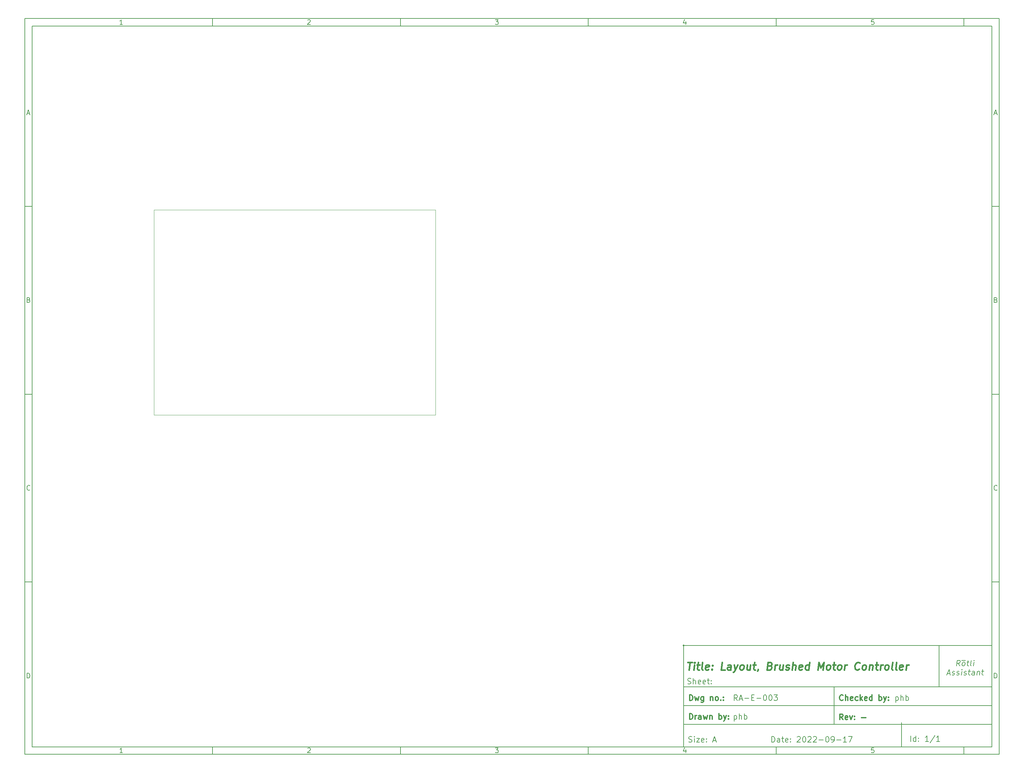
<source format=gbr>
%TF.GenerationSoftware,KiCad,Pcbnew,(6.0.7)*%
%TF.CreationDate,2022-09-17T11:26:47-05:00*%
%TF.ProjectId,BrushlessController,42727573-686c-4657-9373-436f6e74726f,-*%
%TF.SameCoordinates,Original*%
%TF.FileFunction,Profile,NP*%
%FSLAX46Y46*%
G04 Gerber Fmt 4.6, Leading zero omitted, Abs format (unit mm)*
G04 Created by KiCad (PCBNEW (6.0.7)) date 2022-09-17 11:26:47*
%MOMM*%
%LPD*%
G01*
G04 APERTURE LIST*
%ADD10C,0.100000*%
%ADD11C,0.150000*%
%ADD12C,0.300000*%
%ADD13C,0.400000*%
%ADD14C,0.508000*%
%TA.AperFunction,Profile*%
%ADD15C,0.100000*%
%TD*%
G04 APERTURE END LIST*
D10*
D11*
X10000000Y-10000000D02*
X10000000Y-205900000D01*
X269400000Y-205900000D01*
X269400000Y-10000000D01*
X10000000Y-10000000D01*
D10*
D11*
X12000000Y-12000000D02*
X12000000Y-203900000D01*
X267400000Y-203900000D01*
X267400000Y-12000000D01*
X12000000Y-12000000D01*
D10*
D11*
X60000000Y-12000000D02*
X60000000Y-10000000D01*
D10*
D11*
X110000000Y-12000000D02*
X110000000Y-10000000D01*
D10*
D11*
X160000000Y-12000000D02*
X160000000Y-10000000D01*
D10*
D11*
X210000000Y-12000000D02*
X210000000Y-10000000D01*
D10*
D11*
X260000000Y-12000000D02*
X260000000Y-10000000D01*
D10*
D11*
X36065476Y-11588095D02*
X35322619Y-11588095D01*
X35694047Y-11588095D02*
X35694047Y-10288095D01*
X35570238Y-10473809D01*
X35446428Y-10597619D01*
X35322619Y-10659523D01*
D10*
D11*
X85322619Y-10411904D02*
X85384523Y-10350000D01*
X85508333Y-10288095D01*
X85817857Y-10288095D01*
X85941666Y-10350000D01*
X86003571Y-10411904D01*
X86065476Y-10535714D01*
X86065476Y-10659523D01*
X86003571Y-10845238D01*
X85260714Y-11588095D01*
X86065476Y-11588095D01*
D10*
D11*
X135260714Y-10288095D02*
X136065476Y-10288095D01*
X135632142Y-10783333D01*
X135817857Y-10783333D01*
X135941666Y-10845238D01*
X136003571Y-10907142D01*
X136065476Y-11030952D01*
X136065476Y-11340476D01*
X136003571Y-11464285D01*
X135941666Y-11526190D01*
X135817857Y-11588095D01*
X135446428Y-11588095D01*
X135322619Y-11526190D01*
X135260714Y-11464285D01*
D10*
D11*
X185941666Y-10721428D02*
X185941666Y-11588095D01*
X185632142Y-10226190D02*
X185322619Y-11154761D01*
X186127380Y-11154761D01*
D10*
D11*
X236003571Y-10288095D02*
X235384523Y-10288095D01*
X235322619Y-10907142D01*
X235384523Y-10845238D01*
X235508333Y-10783333D01*
X235817857Y-10783333D01*
X235941666Y-10845238D01*
X236003571Y-10907142D01*
X236065476Y-11030952D01*
X236065476Y-11340476D01*
X236003571Y-11464285D01*
X235941666Y-11526190D01*
X235817857Y-11588095D01*
X235508333Y-11588095D01*
X235384523Y-11526190D01*
X235322619Y-11464285D01*
D10*
D11*
X60000000Y-203900000D02*
X60000000Y-205900000D01*
D10*
D11*
X110000000Y-203900000D02*
X110000000Y-205900000D01*
D10*
D11*
X160000000Y-203900000D02*
X160000000Y-205900000D01*
D10*
D11*
X210000000Y-203900000D02*
X210000000Y-205900000D01*
D10*
D11*
X260000000Y-203900000D02*
X260000000Y-205900000D01*
D10*
D11*
X36065476Y-205488095D02*
X35322619Y-205488095D01*
X35694047Y-205488095D02*
X35694047Y-204188095D01*
X35570238Y-204373809D01*
X35446428Y-204497619D01*
X35322619Y-204559523D01*
D10*
D11*
X85322619Y-204311904D02*
X85384523Y-204250000D01*
X85508333Y-204188095D01*
X85817857Y-204188095D01*
X85941666Y-204250000D01*
X86003571Y-204311904D01*
X86065476Y-204435714D01*
X86065476Y-204559523D01*
X86003571Y-204745238D01*
X85260714Y-205488095D01*
X86065476Y-205488095D01*
D10*
D11*
X135260714Y-204188095D02*
X136065476Y-204188095D01*
X135632142Y-204683333D01*
X135817857Y-204683333D01*
X135941666Y-204745238D01*
X136003571Y-204807142D01*
X136065476Y-204930952D01*
X136065476Y-205240476D01*
X136003571Y-205364285D01*
X135941666Y-205426190D01*
X135817857Y-205488095D01*
X135446428Y-205488095D01*
X135322619Y-205426190D01*
X135260714Y-205364285D01*
D10*
D11*
X185941666Y-204621428D02*
X185941666Y-205488095D01*
X185632142Y-204126190D02*
X185322619Y-205054761D01*
X186127380Y-205054761D01*
D10*
D11*
X236003571Y-204188095D02*
X235384523Y-204188095D01*
X235322619Y-204807142D01*
X235384523Y-204745238D01*
X235508333Y-204683333D01*
X235817857Y-204683333D01*
X235941666Y-204745238D01*
X236003571Y-204807142D01*
X236065476Y-204930952D01*
X236065476Y-205240476D01*
X236003571Y-205364285D01*
X235941666Y-205426190D01*
X235817857Y-205488095D01*
X235508333Y-205488095D01*
X235384523Y-205426190D01*
X235322619Y-205364285D01*
D10*
D11*
X10000000Y-60000000D02*
X12000000Y-60000000D01*
D10*
D11*
X10000000Y-110000000D02*
X12000000Y-110000000D01*
D10*
D11*
X10000000Y-160000000D02*
X12000000Y-160000000D01*
D10*
D11*
X10690476Y-35216666D02*
X11309523Y-35216666D01*
X10566666Y-35588095D02*
X11000000Y-34288095D01*
X11433333Y-35588095D01*
D10*
D11*
X11092857Y-84907142D02*
X11278571Y-84969047D01*
X11340476Y-85030952D01*
X11402380Y-85154761D01*
X11402380Y-85340476D01*
X11340476Y-85464285D01*
X11278571Y-85526190D01*
X11154761Y-85588095D01*
X10659523Y-85588095D01*
X10659523Y-84288095D01*
X11092857Y-84288095D01*
X11216666Y-84350000D01*
X11278571Y-84411904D01*
X11340476Y-84535714D01*
X11340476Y-84659523D01*
X11278571Y-84783333D01*
X11216666Y-84845238D01*
X11092857Y-84907142D01*
X10659523Y-84907142D01*
D10*
D11*
X11402380Y-135464285D02*
X11340476Y-135526190D01*
X11154761Y-135588095D01*
X11030952Y-135588095D01*
X10845238Y-135526190D01*
X10721428Y-135402380D01*
X10659523Y-135278571D01*
X10597619Y-135030952D01*
X10597619Y-134845238D01*
X10659523Y-134597619D01*
X10721428Y-134473809D01*
X10845238Y-134350000D01*
X11030952Y-134288095D01*
X11154761Y-134288095D01*
X11340476Y-134350000D01*
X11402380Y-134411904D01*
D10*
D11*
X10659523Y-185588095D02*
X10659523Y-184288095D01*
X10969047Y-184288095D01*
X11154761Y-184350000D01*
X11278571Y-184473809D01*
X11340476Y-184597619D01*
X11402380Y-184845238D01*
X11402380Y-185030952D01*
X11340476Y-185278571D01*
X11278571Y-185402380D01*
X11154761Y-185526190D01*
X10969047Y-185588095D01*
X10659523Y-185588095D01*
D10*
D11*
X269400000Y-60000000D02*
X267400000Y-60000000D01*
D10*
D11*
X269400000Y-110000000D02*
X267400000Y-110000000D01*
D10*
D11*
X269400000Y-160000000D02*
X267400000Y-160000000D01*
D10*
D11*
X268090476Y-35216666D02*
X268709523Y-35216666D01*
X267966666Y-35588095D02*
X268400000Y-34288095D01*
X268833333Y-35588095D01*
D10*
D11*
X268492857Y-84907142D02*
X268678571Y-84969047D01*
X268740476Y-85030952D01*
X268802380Y-85154761D01*
X268802380Y-85340476D01*
X268740476Y-85464285D01*
X268678571Y-85526190D01*
X268554761Y-85588095D01*
X268059523Y-85588095D01*
X268059523Y-84288095D01*
X268492857Y-84288095D01*
X268616666Y-84350000D01*
X268678571Y-84411904D01*
X268740476Y-84535714D01*
X268740476Y-84659523D01*
X268678571Y-84783333D01*
X268616666Y-84845238D01*
X268492857Y-84907142D01*
X268059523Y-84907142D01*
D10*
D11*
X268802380Y-135464285D02*
X268740476Y-135526190D01*
X268554761Y-135588095D01*
X268430952Y-135588095D01*
X268245238Y-135526190D01*
X268121428Y-135402380D01*
X268059523Y-135278571D01*
X267997619Y-135030952D01*
X267997619Y-134845238D01*
X268059523Y-134597619D01*
X268121428Y-134473809D01*
X268245238Y-134350000D01*
X268430952Y-134288095D01*
X268554761Y-134288095D01*
X268740476Y-134350000D01*
X268802380Y-134411904D01*
D10*
D11*
X268059523Y-185588095D02*
X268059523Y-184288095D01*
X268369047Y-184288095D01*
X268554761Y-184350000D01*
X268678571Y-184473809D01*
X268740476Y-184597619D01*
X268802380Y-184845238D01*
X268802380Y-185030952D01*
X268740476Y-185278571D01*
X268678571Y-185402380D01*
X268554761Y-185526190D01*
X268369047Y-185588095D01*
X268059523Y-185588095D01*
D10*
D11*
X208832142Y-202678371D02*
X208832142Y-201178371D01*
X209189285Y-201178371D01*
X209403571Y-201249800D01*
X209546428Y-201392657D01*
X209617857Y-201535514D01*
X209689285Y-201821228D01*
X209689285Y-202035514D01*
X209617857Y-202321228D01*
X209546428Y-202464085D01*
X209403571Y-202606942D01*
X209189285Y-202678371D01*
X208832142Y-202678371D01*
X210975000Y-202678371D02*
X210975000Y-201892657D01*
X210903571Y-201749800D01*
X210760714Y-201678371D01*
X210475000Y-201678371D01*
X210332142Y-201749800D01*
X210975000Y-202606942D02*
X210832142Y-202678371D01*
X210475000Y-202678371D01*
X210332142Y-202606942D01*
X210260714Y-202464085D01*
X210260714Y-202321228D01*
X210332142Y-202178371D01*
X210475000Y-202106942D01*
X210832142Y-202106942D01*
X210975000Y-202035514D01*
X211475000Y-201678371D02*
X212046428Y-201678371D01*
X211689285Y-201178371D02*
X211689285Y-202464085D01*
X211760714Y-202606942D01*
X211903571Y-202678371D01*
X212046428Y-202678371D01*
X213117857Y-202606942D02*
X212975000Y-202678371D01*
X212689285Y-202678371D01*
X212546428Y-202606942D01*
X212475000Y-202464085D01*
X212475000Y-201892657D01*
X212546428Y-201749800D01*
X212689285Y-201678371D01*
X212975000Y-201678371D01*
X213117857Y-201749800D01*
X213189285Y-201892657D01*
X213189285Y-202035514D01*
X212475000Y-202178371D01*
X213832142Y-202535514D02*
X213903571Y-202606942D01*
X213832142Y-202678371D01*
X213760714Y-202606942D01*
X213832142Y-202535514D01*
X213832142Y-202678371D01*
X213832142Y-201749800D02*
X213903571Y-201821228D01*
X213832142Y-201892657D01*
X213760714Y-201821228D01*
X213832142Y-201749800D01*
X213832142Y-201892657D01*
X215617857Y-201321228D02*
X215689285Y-201249800D01*
X215832142Y-201178371D01*
X216189285Y-201178371D01*
X216332142Y-201249800D01*
X216403571Y-201321228D01*
X216475000Y-201464085D01*
X216475000Y-201606942D01*
X216403571Y-201821228D01*
X215546428Y-202678371D01*
X216475000Y-202678371D01*
X217403571Y-201178371D02*
X217546428Y-201178371D01*
X217689285Y-201249800D01*
X217760714Y-201321228D01*
X217832142Y-201464085D01*
X217903571Y-201749800D01*
X217903571Y-202106942D01*
X217832142Y-202392657D01*
X217760714Y-202535514D01*
X217689285Y-202606942D01*
X217546428Y-202678371D01*
X217403571Y-202678371D01*
X217260714Y-202606942D01*
X217189285Y-202535514D01*
X217117857Y-202392657D01*
X217046428Y-202106942D01*
X217046428Y-201749800D01*
X217117857Y-201464085D01*
X217189285Y-201321228D01*
X217260714Y-201249800D01*
X217403571Y-201178371D01*
X218475000Y-201321228D02*
X218546428Y-201249800D01*
X218689285Y-201178371D01*
X219046428Y-201178371D01*
X219189285Y-201249800D01*
X219260714Y-201321228D01*
X219332142Y-201464085D01*
X219332142Y-201606942D01*
X219260714Y-201821228D01*
X218403571Y-202678371D01*
X219332142Y-202678371D01*
X219903571Y-201321228D02*
X219975000Y-201249800D01*
X220117857Y-201178371D01*
X220475000Y-201178371D01*
X220617857Y-201249800D01*
X220689285Y-201321228D01*
X220760714Y-201464085D01*
X220760714Y-201606942D01*
X220689285Y-201821228D01*
X219832142Y-202678371D01*
X220760714Y-202678371D01*
X221403571Y-202106942D02*
X222546428Y-202106942D01*
X223546428Y-201178371D02*
X223689285Y-201178371D01*
X223832142Y-201249800D01*
X223903571Y-201321228D01*
X223975000Y-201464085D01*
X224046428Y-201749800D01*
X224046428Y-202106942D01*
X223975000Y-202392657D01*
X223903571Y-202535514D01*
X223832142Y-202606942D01*
X223689285Y-202678371D01*
X223546428Y-202678371D01*
X223403571Y-202606942D01*
X223332142Y-202535514D01*
X223260714Y-202392657D01*
X223189285Y-202106942D01*
X223189285Y-201749800D01*
X223260714Y-201464085D01*
X223332142Y-201321228D01*
X223403571Y-201249800D01*
X223546428Y-201178371D01*
X224760714Y-202678371D02*
X225046428Y-202678371D01*
X225189285Y-202606942D01*
X225260714Y-202535514D01*
X225403571Y-202321228D01*
X225475000Y-202035514D01*
X225475000Y-201464085D01*
X225403571Y-201321228D01*
X225332142Y-201249800D01*
X225189285Y-201178371D01*
X224903571Y-201178371D01*
X224760714Y-201249800D01*
X224689285Y-201321228D01*
X224617857Y-201464085D01*
X224617857Y-201821228D01*
X224689285Y-201964085D01*
X224760714Y-202035514D01*
X224903571Y-202106942D01*
X225189285Y-202106942D01*
X225332142Y-202035514D01*
X225403571Y-201964085D01*
X225475000Y-201821228D01*
X226117857Y-202106942D02*
X227260714Y-202106942D01*
X228760714Y-202678371D02*
X227903571Y-202678371D01*
X228332142Y-202678371D02*
X228332142Y-201178371D01*
X228189285Y-201392657D01*
X228046428Y-201535514D01*
X227903571Y-201606942D01*
X229260714Y-201178371D02*
X230260714Y-201178371D01*
X229617857Y-202678371D01*
D10*
D12*
X227809285Y-196678571D02*
X227309285Y-195964285D01*
X226952142Y-196678571D02*
X226952142Y-195178571D01*
X227523571Y-195178571D01*
X227666428Y-195250000D01*
X227737857Y-195321428D01*
X227809285Y-195464285D01*
X227809285Y-195678571D01*
X227737857Y-195821428D01*
X227666428Y-195892857D01*
X227523571Y-195964285D01*
X226952142Y-195964285D01*
X229023571Y-196607142D02*
X228880714Y-196678571D01*
X228595000Y-196678571D01*
X228452142Y-196607142D01*
X228380714Y-196464285D01*
X228380714Y-195892857D01*
X228452142Y-195750000D01*
X228595000Y-195678571D01*
X228880714Y-195678571D01*
X229023571Y-195750000D01*
X229095000Y-195892857D01*
X229095000Y-196035714D01*
X228380714Y-196178571D01*
X229595000Y-195678571D02*
X229952142Y-196678571D01*
X230309285Y-195678571D01*
X230880714Y-196535714D02*
X230952142Y-196607142D01*
X230880714Y-196678571D01*
X230809285Y-196607142D01*
X230880714Y-196535714D01*
X230880714Y-196678571D01*
X230880714Y-195750000D02*
X230952142Y-195821428D01*
X230880714Y-195892857D01*
X230809285Y-195821428D01*
X230880714Y-195750000D01*
X230880714Y-195892857D01*
X232737857Y-196107142D02*
X233880714Y-196107142D01*
D10*
D11*
X186760714Y-202606942D02*
X186975000Y-202678371D01*
X187332142Y-202678371D01*
X187475000Y-202606942D01*
X187546428Y-202535514D01*
X187617857Y-202392657D01*
X187617857Y-202249800D01*
X187546428Y-202106942D01*
X187475000Y-202035514D01*
X187332142Y-201964085D01*
X187046428Y-201892657D01*
X186903571Y-201821228D01*
X186832142Y-201749800D01*
X186760714Y-201606942D01*
X186760714Y-201464085D01*
X186832142Y-201321228D01*
X186903571Y-201249800D01*
X187046428Y-201178371D01*
X187403571Y-201178371D01*
X187617857Y-201249800D01*
X188260714Y-202678371D02*
X188260714Y-201678371D01*
X188260714Y-201178371D02*
X188189285Y-201249800D01*
X188260714Y-201321228D01*
X188332142Y-201249800D01*
X188260714Y-201178371D01*
X188260714Y-201321228D01*
X188832142Y-201678371D02*
X189617857Y-201678371D01*
X188832142Y-202678371D01*
X189617857Y-202678371D01*
X190760714Y-202606942D02*
X190617857Y-202678371D01*
X190332142Y-202678371D01*
X190189285Y-202606942D01*
X190117857Y-202464085D01*
X190117857Y-201892657D01*
X190189285Y-201749800D01*
X190332142Y-201678371D01*
X190617857Y-201678371D01*
X190760714Y-201749800D01*
X190832142Y-201892657D01*
X190832142Y-202035514D01*
X190117857Y-202178371D01*
X191475000Y-202535514D02*
X191546428Y-202606942D01*
X191475000Y-202678371D01*
X191403571Y-202606942D01*
X191475000Y-202535514D01*
X191475000Y-202678371D01*
X191475000Y-201749800D02*
X191546428Y-201821228D01*
X191475000Y-201892657D01*
X191403571Y-201821228D01*
X191475000Y-201749800D01*
X191475000Y-201892657D01*
X193260714Y-202249800D02*
X193975000Y-202249800D01*
X193117857Y-202678371D02*
X193617857Y-201178371D01*
X194117857Y-202678371D01*
D10*
D11*
X245832142Y-202478571D02*
X245832142Y-200978571D01*
X247189285Y-202478571D02*
X247189285Y-200978571D01*
X247189285Y-202407142D02*
X247046428Y-202478571D01*
X246760714Y-202478571D01*
X246617857Y-202407142D01*
X246546428Y-202335714D01*
X246475000Y-202192857D01*
X246475000Y-201764285D01*
X246546428Y-201621428D01*
X246617857Y-201550000D01*
X246760714Y-201478571D01*
X247046428Y-201478571D01*
X247189285Y-201550000D01*
X247903571Y-202335714D02*
X247975000Y-202407142D01*
X247903571Y-202478571D01*
X247832142Y-202407142D01*
X247903571Y-202335714D01*
X247903571Y-202478571D01*
X247903571Y-201550000D02*
X247975000Y-201621428D01*
X247903571Y-201692857D01*
X247832142Y-201621428D01*
X247903571Y-201550000D01*
X247903571Y-201692857D01*
X250546428Y-202478571D02*
X249689285Y-202478571D01*
X250117857Y-202478571D02*
X250117857Y-200978571D01*
X249975000Y-201192857D01*
X249832142Y-201335714D01*
X249689285Y-201407142D01*
X252260714Y-200907142D02*
X250975000Y-202835714D01*
X253546428Y-202478571D02*
X252689285Y-202478571D01*
X253117857Y-202478571D02*
X253117857Y-200978571D01*
X252975000Y-201192857D01*
X252832142Y-201335714D01*
X252689285Y-201407142D01*
D10*
D13*
X186512380Y-181404561D02*
X187655238Y-181404561D01*
X186833809Y-183404561D02*
X187083809Y-181404561D01*
X188071904Y-183404561D02*
X188238571Y-182071228D01*
X188321904Y-181404561D02*
X188214761Y-181499800D01*
X188298095Y-181595038D01*
X188405238Y-181499800D01*
X188321904Y-181404561D01*
X188298095Y-181595038D01*
X188905238Y-182071228D02*
X189667142Y-182071228D01*
X189274285Y-181404561D02*
X189060000Y-183118847D01*
X189131428Y-183309323D01*
X189310000Y-183404561D01*
X189500476Y-183404561D01*
X190452857Y-183404561D02*
X190274285Y-183309323D01*
X190202857Y-183118847D01*
X190417142Y-181404561D01*
X191988571Y-183309323D02*
X191786190Y-183404561D01*
X191405238Y-183404561D01*
X191226666Y-183309323D01*
X191155238Y-183118847D01*
X191250476Y-182356942D01*
X191369523Y-182166466D01*
X191571904Y-182071228D01*
X191952857Y-182071228D01*
X192131428Y-182166466D01*
X192202857Y-182356942D01*
X192179047Y-182547419D01*
X191202857Y-182737895D01*
X192952857Y-183214085D02*
X193036190Y-183309323D01*
X192929047Y-183404561D01*
X192845714Y-183309323D01*
X192952857Y-183214085D01*
X192929047Y-183404561D01*
X193083809Y-182166466D02*
X193167142Y-182261704D01*
X193060000Y-182356942D01*
X192976666Y-182261704D01*
X193083809Y-182166466D01*
X193060000Y-182356942D01*
X196357619Y-183404561D02*
X195405238Y-183404561D01*
X195655238Y-181404561D01*
X197881428Y-183404561D02*
X198012380Y-182356942D01*
X197940952Y-182166466D01*
X197762380Y-182071228D01*
X197381428Y-182071228D01*
X197179047Y-182166466D01*
X197893333Y-183309323D02*
X197690952Y-183404561D01*
X197214761Y-183404561D01*
X197036190Y-183309323D01*
X196964761Y-183118847D01*
X196988571Y-182928371D01*
X197107619Y-182737895D01*
X197310000Y-182642657D01*
X197786190Y-182642657D01*
X197988571Y-182547419D01*
X198810000Y-182071228D02*
X199119523Y-183404561D01*
X199762380Y-182071228D02*
X199119523Y-183404561D01*
X198869523Y-183880752D01*
X198762380Y-183975990D01*
X198560000Y-184071228D01*
X200643333Y-183404561D02*
X200464761Y-183309323D01*
X200381428Y-183214085D01*
X200310000Y-183023609D01*
X200381428Y-182452180D01*
X200500476Y-182261704D01*
X200607619Y-182166466D01*
X200810000Y-182071228D01*
X201095714Y-182071228D01*
X201274285Y-182166466D01*
X201357619Y-182261704D01*
X201429047Y-182452180D01*
X201357619Y-183023609D01*
X201238571Y-183214085D01*
X201131428Y-183309323D01*
X200929047Y-183404561D01*
X200643333Y-183404561D01*
X203190952Y-182071228D02*
X203024285Y-183404561D01*
X202333809Y-182071228D02*
X202202857Y-183118847D01*
X202274285Y-183309323D01*
X202452857Y-183404561D01*
X202738571Y-183404561D01*
X202940952Y-183309323D01*
X203048095Y-183214085D01*
X203857619Y-182071228D02*
X204619523Y-182071228D01*
X204226666Y-181404561D02*
X204012380Y-183118847D01*
X204083809Y-183309323D01*
X204262380Y-183404561D01*
X204452857Y-183404561D01*
X205226666Y-183309323D02*
X205214761Y-183404561D01*
X205095714Y-183595038D01*
X204988571Y-183690276D01*
X208393333Y-182356942D02*
X208667142Y-182452180D01*
X208750476Y-182547419D01*
X208821904Y-182737895D01*
X208786190Y-183023609D01*
X208667142Y-183214085D01*
X208560000Y-183309323D01*
X208357619Y-183404561D01*
X207595714Y-183404561D01*
X207845714Y-181404561D01*
X208512380Y-181404561D01*
X208690952Y-181499800D01*
X208774285Y-181595038D01*
X208845714Y-181785514D01*
X208821904Y-181975990D01*
X208702857Y-182166466D01*
X208595714Y-182261704D01*
X208393333Y-182356942D01*
X207726666Y-182356942D01*
X209595714Y-183404561D02*
X209762380Y-182071228D01*
X209714761Y-182452180D02*
X209833809Y-182261704D01*
X209940952Y-182166466D01*
X210143333Y-182071228D01*
X210333809Y-182071228D01*
X211857619Y-182071228D02*
X211690952Y-183404561D01*
X211000476Y-182071228D02*
X210869523Y-183118847D01*
X210940952Y-183309323D01*
X211119523Y-183404561D01*
X211405238Y-183404561D01*
X211607619Y-183309323D01*
X211714761Y-183214085D01*
X212560000Y-183309323D02*
X212738571Y-183404561D01*
X213119523Y-183404561D01*
X213321904Y-183309323D01*
X213440952Y-183118847D01*
X213452857Y-183023609D01*
X213381428Y-182833133D01*
X213202857Y-182737895D01*
X212917142Y-182737895D01*
X212738571Y-182642657D01*
X212667142Y-182452180D01*
X212679047Y-182356942D01*
X212798095Y-182166466D01*
X213000476Y-182071228D01*
X213286190Y-182071228D01*
X213464761Y-182166466D01*
X214262380Y-183404561D02*
X214512380Y-181404561D01*
X215119523Y-183404561D02*
X215250476Y-182356942D01*
X215179047Y-182166466D01*
X215000476Y-182071228D01*
X214714761Y-182071228D01*
X214512380Y-182166466D01*
X214405238Y-182261704D01*
X216845714Y-183309323D02*
X216643333Y-183404561D01*
X216262380Y-183404561D01*
X216083809Y-183309323D01*
X216012380Y-183118847D01*
X216107619Y-182356942D01*
X216226666Y-182166466D01*
X216429047Y-182071228D01*
X216810000Y-182071228D01*
X216988571Y-182166466D01*
X217060000Y-182356942D01*
X217036190Y-182547419D01*
X216060000Y-182737895D01*
X218643333Y-183404561D02*
X218893333Y-181404561D01*
X218655238Y-183309323D02*
X218452857Y-183404561D01*
X218071904Y-183404561D01*
X217893333Y-183309323D01*
X217810000Y-183214085D01*
X217738571Y-183023609D01*
X217810000Y-182452180D01*
X217929047Y-182261704D01*
X218036190Y-182166466D01*
X218238571Y-182071228D01*
X218619523Y-182071228D01*
X218798095Y-182166466D01*
X221119523Y-183404561D02*
X221369523Y-181404561D01*
X221857619Y-182833133D01*
X222702857Y-181404561D01*
X222452857Y-183404561D01*
X223690952Y-183404561D02*
X223512380Y-183309323D01*
X223429047Y-183214085D01*
X223357619Y-183023609D01*
X223429047Y-182452180D01*
X223548095Y-182261704D01*
X223655238Y-182166466D01*
X223857619Y-182071228D01*
X224143333Y-182071228D01*
X224321904Y-182166466D01*
X224405238Y-182261704D01*
X224476666Y-182452180D01*
X224405238Y-183023609D01*
X224286190Y-183214085D01*
X224179047Y-183309323D01*
X223976666Y-183404561D01*
X223690952Y-183404561D01*
X225095714Y-182071228D02*
X225857619Y-182071228D01*
X225464761Y-181404561D02*
X225250476Y-183118847D01*
X225321904Y-183309323D01*
X225500476Y-183404561D01*
X225690952Y-183404561D01*
X226643333Y-183404561D02*
X226464761Y-183309323D01*
X226381428Y-183214085D01*
X226310000Y-183023609D01*
X226381428Y-182452180D01*
X226500476Y-182261704D01*
X226607619Y-182166466D01*
X226810000Y-182071228D01*
X227095714Y-182071228D01*
X227274285Y-182166466D01*
X227357619Y-182261704D01*
X227429047Y-182452180D01*
X227357619Y-183023609D01*
X227238571Y-183214085D01*
X227131428Y-183309323D01*
X226929047Y-183404561D01*
X226643333Y-183404561D01*
X228167142Y-183404561D02*
X228333809Y-182071228D01*
X228286190Y-182452180D02*
X228405238Y-182261704D01*
X228512380Y-182166466D01*
X228714761Y-182071228D01*
X228905238Y-182071228D01*
X232095714Y-183214085D02*
X231988571Y-183309323D01*
X231690952Y-183404561D01*
X231500476Y-183404561D01*
X231226666Y-183309323D01*
X231060000Y-183118847D01*
X230988571Y-182928371D01*
X230940952Y-182547419D01*
X230976666Y-182261704D01*
X231119523Y-181880752D01*
X231238571Y-181690276D01*
X231452857Y-181499800D01*
X231750476Y-181404561D01*
X231940952Y-181404561D01*
X232214761Y-181499800D01*
X232298095Y-181595038D01*
X233214761Y-183404561D02*
X233036190Y-183309323D01*
X232952857Y-183214085D01*
X232881428Y-183023609D01*
X232952857Y-182452180D01*
X233071904Y-182261704D01*
X233179047Y-182166466D01*
X233381428Y-182071228D01*
X233667142Y-182071228D01*
X233845714Y-182166466D01*
X233929047Y-182261704D01*
X234000476Y-182452180D01*
X233929047Y-183023609D01*
X233810000Y-183214085D01*
X233702857Y-183309323D01*
X233500476Y-183404561D01*
X233214761Y-183404561D01*
X234905238Y-182071228D02*
X234738571Y-183404561D01*
X234881428Y-182261704D02*
X234988571Y-182166466D01*
X235190952Y-182071228D01*
X235476666Y-182071228D01*
X235655238Y-182166466D01*
X235726666Y-182356942D01*
X235595714Y-183404561D01*
X236429047Y-182071228D02*
X237190952Y-182071228D01*
X236798095Y-181404561D02*
X236583809Y-183118847D01*
X236655238Y-183309323D01*
X236833809Y-183404561D01*
X237024285Y-183404561D01*
X237690952Y-183404561D02*
X237857619Y-182071228D01*
X237809999Y-182452180D02*
X237929047Y-182261704D01*
X238036190Y-182166466D01*
X238238571Y-182071228D01*
X238429047Y-182071228D01*
X239214761Y-183404561D02*
X239036190Y-183309323D01*
X238952857Y-183214085D01*
X238881428Y-183023609D01*
X238952857Y-182452180D01*
X239071904Y-182261704D01*
X239179047Y-182166466D01*
X239381428Y-182071228D01*
X239667142Y-182071228D01*
X239845714Y-182166466D01*
X239929047Y-182261704D01*
X240000476Y-182452180D01*
X239929047Y-183023609D01*
X239809999Y-183214085D01*
X239702857Y-183309323D01*
X239500476Y-183404561D01*
X239214761Y-183404561D01*
X241024285Y-183404561D02*
X240845714Y-183309323D01*
X240774285Y-183118847D01*
X240988571Y-181404561D01*
X242071904Y-183404561D02*
X241893333Y-183309323D01*
X241821904Y-183118847D01*
X242036190Y-181404561D01*
X243607619Y-183309323D02*
X243405238Y-183404561D01*
X243024285Y-183404561D01*
X242845714Y-183309323D01*
X242774285Y-183118847D01*
X242869523Y-182356942D01*
X242988571Y-182166466D01*
X243190952Y-182071228D01*
X243571904Y-182071228D01*
X243750476Y-182166466D01*
X243821904Y-182356942D01*
X243798095Y-182547419D01*
X242821904Y-182737895D01*
X244548095Y-183404561D02*
X244714761Y-182071228D01*
X244667142Y-182452180D02*
X244786190Y-182261704D01*
X244893333Y-182166466D01*
X245095714Y-182071228D01*
X245286190Y-182071228D01*
D10*
D11*
X186460714Y-187106942D02*
X186675000Y-187178371D01*
X187032142Y-187178371D01*
X187175000Y-187106942D01*
X187246428Y-187035514D01*
X187317857Y-186892657D01*
X187317857Y-186749800D01*
X187246428Y-186606942D01*
X187175000Y-186535514D01*
X187032142Y-186464085D01*
X186746428Y-186392657D01*
X186603571Y-186321228D01*
X186532142Y-186249800D01*
X186460714Y-186106942D01*
X186460714Y-185964085D01*
X186532142Y-185821228D01*
X186603571Y-185749800D01*
X186746428Y-185678371D01*
X187103571Y-185678371D01*
X187317857Y-185749800D01*
X187960714Y-187178371D02*
X187960714Y-185678371D01*
X188603571Y-187178371D02*
X188603571Y-186392657D01*
X188532142Y-186249800D01*
X188389285Y-186178371D01*
X188175000Y-186178371D01*
X188032142Y-186249800D01*
X187960714Y-186321228D01*
X189889285Y-187106942D02*
X189746428Y-187178371D01*
X189460714Y-187178371D01*
X189317857Y-187106942D01*
X189246428Y-186964085D01*
X189246428Y-186392657D01*
X189317857Y-186249800D01*
X189460714Y-186178371D01*
X189746428Y-186178371D01*
X189889285Y-186249800D01*
X189960714Y-186392657D01*
X189960714Y-186535514D01*
X189246428Y-186678371D01*
X191175000Y-187106942D02*
X191032142Y-187178371D01*
X190746428Y-187178371D01*
X190603571Y-187106942D01*
X190532142Y-186964085D01*
X190532142Y-186392657D01*
X190603571Y-186249800D01*
X190746428Y-186178371D01*
X191032142Y-186178371D01*
X191175000Y-186249800D01*
X191246428Y-186392657D01*
X191246428Y-186535514D01*
X190532142Y-186678371D01*
X191675000Y-186178371D02*
X192246428Y-186178371D01*
X191889285Y-185678371D02*
X191889285Y-186964085D01*
X191960714Y-187106942D01*
X192103571Y-187178371D01*
X192246428Y-187178371D01*
X192746428Y-187035514D02*
X192817857Y-187106942D01*
X192746428Y-187178371D01*
X192675000Y-187106942D01*
X192746428Y-187035514D01*
X192746428Y-187178371D01*
X192746428Y-186249800D02*
X192817857Y-186321228D01*
X192746428Y-186392657D01*
X192675000Y-186321228D01*
X192746428Y-186249800D01*
X192746428Y-186392657D01*
D10*
D11*
X199689285Y-191578371D02*
X199189285Y-190864085D01*
X198832142Y-191578371D02*
X198832142Y-190078371D01*
X199403571Y-190078371D01*
X199546428Y-190149800D01*
X199617857Y-190221228D01*
X199689285Y-190364085D01*
X199689285Y-190578371D01*
X199617857Y-190721228D01*
X199546428Y-190792657D01*
X199403571Y-190864085D01*
X198832142Y-190864085D01*
X200260714Y-191149800D02*
X200975000Y-191149800D01*
X200117857Y-191578371D02*
X200617857Y-190078371D01*
X201117857Y-191578371D01*
X201617857Y-191006942D02*
X202760714Y-191006942D01*
X203475000Y-190792657D02*
X203975000Y-190792657D01*
X204189285Y-191578371D02*
X203475000Y-191578371D01*
X203475000Y-190078371D01*
X204189285Y-190078371D01*
X204832142Y-191006942D02*
X205975000Y-191006942D01*
X206975000Y-190078371D02*
X207117857Y-190078371D01*
X207260714Y-190149800D01*
X207332142Y-190221228D01*
X207403571Y-190364085D01*
X207475000Y-190649800D01*
X207475000Y-191006942D01*
X207403571Y-191292657D01*
X207332142Y-191435514D01*
X207260714Y-191506942D01*
X207117857Y-191578371D01*
X206975000Y-191578371D01*
X206832142Y-191506942D01*
X206760714Y-191435514D01*
X206689285Y-191292657D01*
X206617857Y-191006942D01*
X206617857Y-190649800D01*
X206689285Y-190364085D01*
X206760714Y-190221228D01*
X206832142Y-190149800D01*
X206975000Y-190078371D01*
X208403571Y-190078371D02*
X208546428Y-190078371D01*
X208689285Y-190149800D01*
X208760714Y-190221228D01*
X208832142Y-190364085D01*
X208903571Y-190649800D01*
X208903571Y-191006942D01*
X208832142Y-191292657D01*
X208760714Y-191435514D01*
X208689285Y-191506942D01*
X208546428Y-191578371D01*
X208403571Y-191578371D01*
X208260714Y-191506942D01*
X208189285Y-191435514D01*
X208117857Y-191292657D01*
X208046428Y-191006942D01*
X208046428Y-190649800D01*
X208117857Y-190364085D01*
X208189285Y-190221228D01*
X208260714Y-190149800D01*
X208403571Y-190078371D01*
X209403571Y-190078371D02*
X210332142Y-190078371D01*
X209832142Y-190649800D01*
X210046428Y-190649800D01*
X210189285Y-190721228D01*
X210260714Y-190792657D01*
X210332142Y-190935514D01*
X210332142Y-191292657D01*
X210260714Y-191435514D01*
X210189285Y-191506942D01*
X210046428Y-191578371D01*
X209617857Y-191578371D01*
X209475000Y-191506942D01*
X209403571Y-191435514D01*
D10*
D11*
X241832142Y-190578371D02*
X241832142Y-192078371D01*
X241832142Y-190649800D02*
X241975000Y-190578371D01*
X242260714Y-190578371D01*
X242403571Y-190649800D01*
X242475000Y-190721228D01*
X242546428Y-190864085D01*
X242546428Y-191292657D01*
X242475000Y-191435514D01*
X242403571Y-191506942D01*
X242260714Y-191578371D01*
X241975000Y-191578371D01*
X241832142Y-191506942D01*
X243189285Y-191578371D02*
X243189285Y-190078371D01*
X243832142Y-191578371D02*
X243832142Y-190792657D01*
X243760714Y-190649800D01*
X243617857Y-190578371D01*
X243403571Y-190578371D01*
X243260714Y-190649800D01*
X243189285Y-190721228D01*
X244546428Y-191578371D02*
X244546428Y-190078371D01*
X244546428Y-190649800D02*
X244689285Y-190578371D01*
X244975000Y-190578371D01*
X245117857Y-190649800D01*
X245189285Y-190721228D01*
X245260714Y-190864085D01*
X245260714Y-191292657D01*
X245189285Y-191435514D01*
X245117857Y-191506942D01*
X244975000Y-191578371D01*
X244689285Y-191578371D01*
X244546428Y-191506942D01*
D10*
D11*
X198832142Y-195578371D02*
X198832142Y-197078371D01*
X198832142Y-195649800D02*
X198975000Y-195578371D01*
X199260714Y-195578371D01*
X199403571Y-195649800D01*
X199475000Y-195721228D01*
X199546428Y-195864085D01*
X199546428Y-196292657D01*
X199475000Y-196435514D01*
X199403571Y-196506942D01*
X199260714Y-196578371D01*
X198975000Y-196578371D01*
X198832142Y-196506942D01*
X200189285Y-196578371D02*
X200189285Y-195078371D01*
X200832142Y-196578371D02*
X200832142Y-195792657D01*
X200760714Y-195649800D01*
X200617857Y-195578371D01*
X200403571Y-195578371D01*
X200260714Y-195649800D01*
X200189285Y-195721228D01*
X201546428Y-196578371D02*
X201546428Y-195078371D01*
X201546428Y-195649800D02*
X201689285Y-195578371D01*
X201975000Y-195578371D01*
X202117857Y-195649800D01*
X202189285Y-195721228D01*
X202260714Y-195864085D01*
X202260714Y-196292657D01*
X202189285Y-196435514D01*
X202117857Y-196506942D01*
X201975000Y-196578371D01*
X201689285Y-196578371D01*
X201546428Y-196506942D01*
D10*
D11*
X243400000Y-197400000D02*
X243400000Y-203900000D01*
D10*
D11*
X267411000Y-187897800D02*
X267411000Y-176897800D01*
X185411000Y-176897800D01*
X185411000Y-187897800D01*
X267411000Y-187897800D01*
D10*
D14*
X185411000Y-176898000D02*
X185411000Y-176898000D01*
X185411000Y-176898000D01*
X185411000Y-176898000D01*
X185411000Y-176898000D01*
D10*
D12*
X186963142Y-196576571D02*
X186963142Y-195076571D01*
X187320285Y-195076571D01*
X187534571Y-195148000D01*
X187677428Y-195290857D01*
X187748857Y-195433714D01*
X187820285Y-195719428D01*
X187820285Y-195933714D01*
X187748857Y-196219428D01*
X187677428Y-196362285D01*
X187534571Y-196505142D01*
X187320285Y-196576571D01*
X186963142Y-196576571D01*
X188463142Y-196576571D02*
X188463142Y-195576571D01*
X188463142Y-195862285D02*
X188534571Y-195719428D01*
X188606000Y-195648000D01*
X188748857Y-195576571D01*
X188891714Y-195576571D01*
X190034571Y-196576571D02*
X190034571Y-195790857D01*
X189963142Y-195648000D01*
X189820285Y-195576571D01*
X189534571Y-195576571D01*
X189391714Y-195648000D01*
X190034571Y-196505142D02*
X189891714Y-196576571D01*
X189534571Y-196576571D01*
X189391714Y-196505142D01*
X189320285Y-196362285D01*
X189320285Y-196219428D01*
X189391714Y-196076571D01*
X189534571Y-196005142D01*
X189891714Y-196005142D01*
X190034571Y-195933714D01*
X190606000Y-195576571D02*
X190891714Y-196576571D01*
X191177428Y-195862285D01*
X191463142Y-196576571D01*
X191748857Y-195576571D01*
X192320285Y-195576571D02*
X192320285Y-196576571D01*
X192320285Y-195719428D02*
X192391714Y-195648000D01*
X192534571Y-195576571D01*
X192748857Y-195576571D01*
X192891714Y-195648000D01*
X192963142Y-195790857D01*
X192963142Y-196576571D01*
X194820285Y-196576571D02*
X194820285Y-195076571D01*
X194820285Y-195648000D02*
X194963142Y-195576571D01*
X195248857Y-195576571D01*
X195391714Y-195648000D01*
X195463142Y-195719428D01*
X195534571Y-195862285D01*
X195534571Y-196290857D01*
X195463142Y-196433714D01*
X195391714Y-196505142D01*
X195248857Y-196576571D01*
X194963142Y-196576571D01*
X194820285Y-196505142D01*
X196034571Y-195576571D02*
X196391714Y-196576571D01*
X196748857Y-195576571D02*
X196391714Y-196576571D01*
X196248857Y-196933714D01*
X196177428Y-197005142D01*
X196034571Y-197076571D01*
X197320285Y-196433714D02*
X197391714Y-196505142D01*
X197320285Y-196576571D01*
X197248857Y-196505142D01*
X197320285Y-196433714D01*
X197320285Y-196576571D01*
X197320285Y-195648000D02*
X197391714Y-195719428D01*
X197320285Y-195790857D01*
X197248857Y-195719428D01*
X197320285Y-195648000D01*
X197320285Y-195790857D01*
D10*
D11*
X225411000Y-187897800D02*
X225411000Y-192897800D01*
D10*
D12*
X227820285Y-191433714D02*
X227748857Y-191505142D01*
X227534571Y-191576571D01*
X227391714Y-191576571D01*
X227177428Y-191505142D01*
X227034571Y-191362285D01*
X226963142Y-191219428D01*
X226891714Y-190933714D01*
X226891714Y-190719428D01*
X226963142Y-190433714D01*
X227034571Y-190290857D01*
X227177428Y-190148000D01*
X227391714Y-190076571D01*
X227534571Y-190076571D01*
X227748857Y-190148000D01*
X227820285Y-190219428D01*
X228463142Y-191576571D02*
X228463142Y-190076571D01*
X229106000Y-191576571D02*
X229106000Y-190790857D01*
X229034571Y-190648000D01*
X228891714Y-190576571D01*
X228677428Y-190576571D01*
X228534571Y-190648000D01*
X228463142Y-190719428D01*
X230391714Y-191505142D02*
X230248857Y-191576571D01*
X229963142Y-191576571D01*
X229820285Y-191505142D01*
X229748857Y-191362285D01*
X229748857Y-190790857D01*
X229820285Y-190648000D01*
X229963142Y-190576571D01*
X230248857Y-190576571D01*
X230391714Y-190648000D01*
X230463142Y-190790857D01*
X230463142Y-190933714D01*
X229748857Y-191076571D01*
X231748857Y-191505142D02*
X231606000Y-191576571D01*
X231320285Y-191576571D01*
X231177428Y-191505142D01*
X231106000Y-191433714D01*
X231034571Y-191290857D01*
X231034571Y-190862285D01*
X231106000Y-190719428D01*
X231177428Y-190648000D01*
X231320285Y-190576571D01*
X231606000Y-190576571D01*
X231748857Y-190648000D01*
X232391714Y-191576571D02*
X232391714Y-190076571D01*
X232534571Y-191005142D02*
X232963142Y-191576571D01*
X232963142Y-190576571D02*
X232391714Y-191148000D01*
X234177428Y-191505142D02*
X234034571Y-191576571D01*
X233748857Y-191576571D01*
X233606000Y-191505142D01*
X233534571Y-191362285D01*
X233534571Y-190790857D01*
X233606000Y-190648000D01*
X233748857Y-190576571D01*
X234034571Y-190576571D01*
X234177428Y-190648000D01*
X234248857Y-190790857D01*
X234248857Y-190933714D01*
X233534571Y-191076571D01*
X235534571Y-191576571D02*
X235534571Y-190076571D01*
X235534571Y-191505142D02*
X235391714Y-191576571D01*
X235106000Y-191576571D01*
X234963142Y-191505142D01*
X234891714Y-191433714D01*
X234820285Y-191290857D01*
X234820285Y-190862285D01*
X234891714Y-190719428D01*
X234963142Y-190648000D01*
X235106000Y-190576571D01*
X235391714Y-190576571D01*
X235534571Y-190648000D01*
X237391714Y-191576571D02*
X237391714Y-190076571D01*
X237391714Y-190648000D02*
X237534571Y-190576571D01*
X237820285Y-190576571D01*
X237963142Y-190648000D01*
X238034571Y-190719428D01*
X238106000Y-190862285D01*
X238106000Y-191290857D01*
X238034571Y-191433714D01*
X237963142Y-191505142D01*
X237820285Y-191576571D01*
X237534571Y-191576571D01*
X237391714Y-191505142D01*
X238606000Y-190576571D02*
X238963142Y-191576571D01*
X239320285Y-190576571D02*
X238963142Y-191576571D01*
X238820285Y-191933714D01*
X238748857Y-192005142D01*
X238606000Y-192076571D01*
X239891714Y-191433714D02*
X239963142Y-191505142D01*
X239891714Y-191576571D01*
X239820285Y-191505142D01*
X239891714Y-191433714D01*
X239891714Y-191576571D01*
X239891714Y-190648000D02*
X239963142Y-190719428D01*
X239891714Y-190790857D01*
X239820285Y-190719428D01*
X239891714Y-190648000D01*
X239891714Y-190790857D01*
D10*
D11*
X185411000Y-192897800D02*
X185411000Y-197897800D01*
D10*
D11*
X185411000Y-192897800D02*
X267411000Y-192897800D01*
D10*
D11*
X185411000Y-192897800D02*
X185411000Y-187897800D01*
D10*
D12*
X186963142Y-191576571D02*
X186963142Y-190076571D01*
X187320285Y-190076571D01*
X187534571Y-190148000D01*
X187677428Y-190290857D01*
X187748857Y-190433714D01*
X187820285Y-190719428D01*
X187820285Y-190933714D01*
X187748857Y-191219428D01*
X187677428Y-191362285D01*
X187534571Y-191505142D01*
X187320285Y-191576571D01*
X186963142Y-191576571D01*
X188320285Y-190576571D02*
X188606000Y-191576571D01*
X188891714Y-190862285D01*
X189177428Y-191576571D01*
X189463142Y-190576571D01*
X190677428Y-190576571D02*
X190677428Y-191790857D01*
X190606000Y-191933714D01*
X190534571Y-192005142D01*
X190391714Y-192076571D01*
X190177428Y-192076571D01*
X190034571Y-192005142D01*
X190677428Y-191505142D02*
X190534571Y-191576571D01*
X190248857Y-191576571D01*
X190106000Y-191505142D01*
X190034571Y-191433714D01*
X189963142Y-191290857D01*
X189963142Y-190862285D01*
X190034571Y-190719428D01*
X190106000Y-190648000D01*
X190248857Y-190576571D01*
X190534571Y-190576571D01*
X190677428Y-190648000D01*
X192534571Y-190576571D02*
X192534571Y-191576571D01*
X192534571Y-190719428D02*
X192606000Y-190648000D01*
X192748857Y-190576571D01*
X192963142Y-190576571D01*
X193106000Y-190648000D01*
X193177428Y-190790857D01*
X193177428Y-191576571D01*
X194106000Y-191576571D02*
X193963142Y-191505142D01*
X193891714Y-191433714D01*
X193820285Y-191290857D01*
X193820285Y-190862285D01*
X193891714Y-190719428D01*
X193963142Y-190648000D01*
X194106000Y-190576571D01*
X194320285Y-190576571D01*
X194463142Y-190648000D01*
X194534571Y-190719428D01*
X194606000Y-190862285D01*
X194606000Y-191290857D01*
X194534571Y-191433714D01*
X194463142Y-191505142D01*
X194320285Y-191576571D01*
X194106000Y-191576571D01*
X195248857Y-191433714D02*
X195320285Y-191505142D01*
X195248857Y-191576571D01*
X195177428Y-191505142D01*
X195248857Y-191433714D01*
X195248857Y-191576571D01*
X195963142Y-191433714D02*
X196034571Y-191505142D01*
X195963142Y-191576571D01*
X195891714Y-191505142D01*
X195963142Y-191433714D01*
X195963142Y-191576571D01*
X195963142Y-190648000D02*
X196034571Y-190719428D01*
X195963142Y-190790857D01*
X195891714Y-190719428D01*
X195963142Y-190648000D01*
X195963142Y-190790857D01*
D10*
D11*
X225411000Y-192897800D02*
X225411000Y-197897800D01*
D10*
D11*
X185411000Y-197897800D02*
X267411000Y-197897800D01*
D10*
D11*
X185411000Y-197897800D02*
X185411000Y-203897800D01*
D10*
D11*
X258876133Y-182368871D02*
X258465419Y-181654585D01*
X258018991Y-182368871D02*
X258206491Y-180868871D01*
X258777919Y-180868871D01*
X258911848Y-180940300D01*
X258974348Y-181011728D01*
X259027919Y-181154585D01*
X259001133Y-181368871D01*
X258911848Y-181511728D01*
X258831491Y-181583157D01*
X258679705Y-181654585D01*
X258108276Y-181654585D01*
X259733276Y-182368871D02*
X259599348Y-182297442D01*
X259536848Y-182226014D01*
X259483276Y-182083157D01*
X259536848Y-181654585D01*
X259626133Y-181511728D01*
X259706491Y-181440300D01*
X259858276Y-181368871D01*
X260072562Y-181368871D01*
X260206491Y-181440300D01*
X260268991Y-181511728D01*
X260322562Y-181654585D01*
X260268991Y-182083157D01*
X260179705Y-182226014D01*
X260099348Y-182297442D01*
X259947562Y-182368871D01*
X259733276Y-182368871D01*
X260786848Y-181368871D02*
X261358276Y-181368871D01*
X261063633Y-180868871D02*
X260902919Y-182154585D01*
X260956491Y-182297442D01*
X261090419Y-182368871D01*
X261233276Y-182368871D01*
X261947562Y-182368871D02*
X261813633Y-182297442D01*
X261760062Y-182154585D01*
X261920776Y-180868871D01*
X262518991Y-182368871D02*
X262643991Y-181368871D01*
X262706491Y-180868871D02*
X262626133Y-180940300D01*
X262688633Y-181011728D01*
X262768991Y-180940300D01*
X262706491Y-180868871D01*
X262688633Y-181011728D01*
X255572562Y-184355300D02*
X256286848Y-184355300D01*
X255376133Y-184783871D02*
X256063633Y-183283871D01*
X256376133Y-184783871D01*
X256813633Y-184712442D02*
X256947562Y-184783871D01*
X257233276Y-184783871D01*
X257385062Y-184712442D01*
X257474348Y-184569585D01*
X257483276Y-184498157D01*
X257429705Y-184355300D01*
X257295776Y-184283871D01*
X257081491Y-184283871D01*
X256947562Y-184212442D01*
X256893991Y-184069585D01*
X256902919Y-183998157D01*
X256992205Y-183855300D01*
X257143991Y-183783871D01*
X257358276Y-183783871D01*
X257492205Y-183855300D01*
X258027919Y-184712442D02*
X258161848Y-184783871D01*
X258447562Y-184783871D01*
X258599348Y-184712442D01*
X258688633Y-184569585D01*
X258697562Y-184498157D01*
X258643991Y-184355300D01*
X258510062Y-184283871D01*
X258295776Y-184283871D01*
X258161848Y-184212442D01*
X258108276Y-184069585D01*
X258117205Y-183998157D01*
X258206491Y-183855300D01*
X258358276Y-183783871D01*
X258572562Y-183783871D01*
X258706491Y-183855300D01*
X259304705Y-184783871D02*
X259429705Y-183783871D01*
X259492205Y-183283871D02*
X259411848Y-183355300D01*
X259474348Y-183426728D01*
X259554705Y-183355300D01*
X259492205Y-183283871D01*
X259474348Y-183426728D01*
X259956491Y-184712442D02*
X260090419Y-184783871D01*
X260376133Y-184783871D01*
X260527919Y-184712442D01*
X260617205Y-184569585D01*
X260626133Y-184498157D01*
X260572562Y-184355300D01*
X260438633Y-184283871D01*
X260224348Y-184283871D01*
X260090419Y-184212442D01*
X260036848Y-184069585D01*
X260045776Y-183998157D01*
X260135062Y-183855300D01*
X260286848Y-183783871D01*
X260501133Y-183783871D01*
X260635062Y-183855300D01*
X261143991Y-183783871D02*
X261715419Y-183783871D01*
X261420776Y-183283871D02*
X261260062Y-184569585D01*
X261313633Y-184712442D01*
X261447562Y-184783871D01*
X261590419Y-184783871D01*
X262733276Y-184783871D02*
X262831491Y-183998157D01*
X262777919Y-183855300D01*
X262643991Y-183783871D01*
X262358276Y-183783871D01*
X262206491Y-183855300D01*
X262742205Y-184712442D02*
X262590419Y-184783871D01*
X262233276Y-184783871D01*
X262099348Y-184712442D01*
X262045776Y-184569585D01*
X262063633Y-184426728D01*
X262152919Y-184283871D01*
X262304705Y-184212442D01*
X262661848Y-184212442D01*
X262813633Y-184141014D01*
X263572562Y-183783871D02*
X263447562Y-184783871D01*
X263554705Y-183926728D02*
X263635062Y-183855300D01*
X263786848Y-183783871D01*
X264001133Y-183783871D01*
X264135062Y-183855300D01*
X264188633Y-183998157D01*
X264090419Y-184783871D01*
X264715419Y-183783871D02*
X265286848Y-183783871D01*
X264992205Y-183283871D02*
X264831491Y-184569585D01*
X264885062Y-184712442D01*
X265018991Y-184783871D01*
X265161848Y-184783871D01*
D10*
D11*
X253411000Y-176897800D02*
X253411000Y-187897800D01*
X267411000Y-187897800D01*
X267411000Y-176897800D01*
X253411000Y-176897800D01*
D10*
D11*
X259411000Y-180897800D02*
X260411000Y-180897800D01*
D15*
X119380000Y-60960000D02*
X44450000Y-60960000D01*
X44450000Y-60960000D02*
X44450000Y-115570000D01*
X44450000Y-115570000D02*
X119380000Y-115570000D01*
X119380000Y-115570000D02*
X119380000Y-60960000D01*
M02*

</source>
